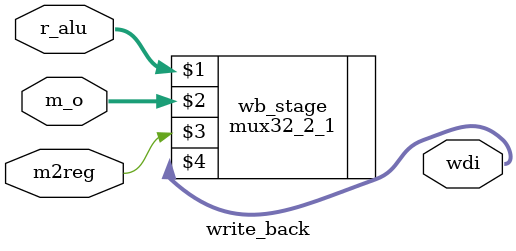
<source format=v>
`timescale 1ns / 1ps
module write_back(r_alu,m_o,m2reg,wdi
	);
	input [31:0] r_alu;
	input [31:0] m_o;
	input m2reg;
	output [31:0] wdi;
	
	mux32_2_1 wb_stage (r_alu, m_o, m2reg, wdi);
	
endmodule

</source>
